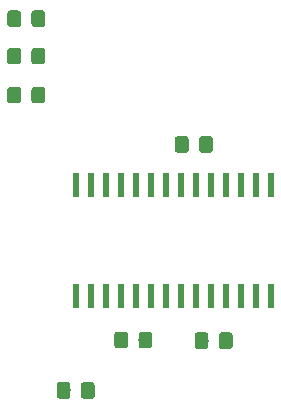
<source format=gbr>
G04 #@! TF.GenerationSoftware,KiCad,Pcbnew,(5.0.0)*
G04 #@! TF.CreationDate,2019-04-17T22:55:46-04:00*
G04 #@! TF.ProjectId,gps,6770732E6B696361645F706362000000,rev?*
G04 #@! TF.SameCoordinates,Original*
G04 #@! TF.FileFunction,Paste,Bot*
G04 #@! TF.FilePolarity,Positive*
%FSLAX46Y46*%
G04 Gerber Fmt 4.6, Leading zero omitted, Abs format (unit mm)*
G04 Created by KiCad (PCBNEW (5.0.0)) date 04/17/19 22:55:46*
%MOMM*%
%LPD*%
G01*
G04 APERTURE LIST*
%ADD10R,0.600000X2.000000*%
%ADD11C,0.100000*%
%ADD12C,1.150000*%
G04 APERTURE END LIST*
D10*
G04 #@! TO.C,U3*
X147320000Y-85089000D03*
X146050000Y-85089000D03*
X144780000Y-85089000D03*
X143510000Y-85089000D03*
X142240000Y-85089000D03*
X140970000Y-85089000D03*
X139700000Y-85089000D03*
X138430000Y-85089000D03*
X137160000Y-85089000D03*
X135890000Y-85089000D03*
X134620000Y-85089000D03*
X133350000Y-85089000D03*
X132080000Y-85089000D03*
X130810000Y-85089000D03*
X130810000Y-94489000D03*
X132080000Y-94489000D03*
X133350000Y-94489000D03*
X134620000Y-94489000D03*
X135890000Y-94489000D03*
X137160000Y-94489000D03*
X138430000Y-94489000D03*
X139700000Y-94489000D03*
X140970000Y-94489000D03*
X142240000Y-94489000D03*
X143510000Y-94489000D03*
X144780000Y-94489000D03*
X146050000Y-94489000D03*
X147320000Y-94489000D03*
G04 #@! TD*
D11*
G04 #@! TO.C,C2*
G36*
X125943505Y-70294204D02*
X125967773Y-70297804D01*
X125991572Y-70303765D01*
X126014671Y-70312030D01*
X126036850Y-70322520D01*
X126057893Y-70335132D01*
X126077599Y-70349747D01*
X126095777Y-70366223D01*
X126112253Y-70384401D01*
X126126868Y-70404107D01*
X126139480Y-70425150D01*
X126149970Y-70447329D01*
X126158235Y-70470428D01*
X126164196Y-70494227D01*
X126167796Y-70518495D01*
X126169000Y-70542999D01*
X126169000Y-71443001D01*
X126167796Y-71467505D01*
X126164196Y-71491773D01*
X126158235Y-71515572D01*
X126149970Y-71538671D01*
X126139480Y-71560850D01*
X126126868Y-71581893D01*
X126112253Y-71601599D01*
X126095777Y-71619777D01*
X126077599Y-71636253D01*
X126057893Y-71650868D01*
X126036850Y-71663480D01*
X126014671Y-71673970D01*
X125991572Y-71682235D01*
X125967773Y-71688196D01*
X125943505Y-71691796D01*
X125919001Y-71693000D01*
X125268999Y-71693000D01*
X125244495Y-71691796D01*
X125220227Y-71688196D01*
X125196428Y-71682235D01*
X125173329Y-71673970D01*
X125151150Y-71663480D01*
X125130107Y-71650868D01*
X125110401Y-71636253D01*
X125092223Y-71619777D01*
X125075747Y-71601599D01*
X125061132Y-71581893D01*
X125048520Y-71560850D01*
X125038030Y-71538671D01*
X125029765Y-71515572D01*
X125023804Y-71491773D01*
X125020204Y-71467505D01*
X125019000Y-71443001D01*
X125019000Y-70542999D01*
X125020204Y-70518495D01*
X125023804Y-70494227D01*
X125029765Y-70470428D01*
X125038030Y-70447329D01*
X125048520Y-70425150D01*
X125061132Y-70404107D01*
X125075747Y-70384401D01*
X125092223Y-70366223D01*
X125110401Y-70349747D01*
X125130107Y-70335132D01*
X125151150Y-70322520D01*
X125173329Y-70312030D01*
X125196428Y-70303765D01*
X125220227Y-70297804D01*
X125244495Y-70294204D01*
X125268999Y-70293000D01*
X125919001Y-70293000D01*
X125943505Y-70294204D01*
X125943505Y-70294204D01*
G37*
D12*
X125594000Y-70993000D03*
D11*
G36*
X127993505Y-70294204D02*
X128017773Y-70297804D01*
X128041572Y-70303765D01*
X128064671Y-70312030D01*
X128086850Y-70322520D01*
X128107893Y-70335132D01*
X128127599Y-70349747D01*
X128145777Y-70366223D01*
X128162253Y-70384401D01*
X128176868Y-70404107D01*
X128189480Y-70425150D01*
X128199970Y-70447329D01*
X128208235Y-70470428D01*
X128214196Y-70494227D01*
X128217796Y-70518495D01*
X128219000Y-70542999D01*
X128219000Y-71443001D01*
X128217796Y-71467505D01*
X128214196Y-71491773D01*
X128208235Y-71515572D01*
X128199970Y-71538671D01*
X128189480Y-71560850D01*
X128176868Y-71581893D01*
X128162253Y-71601599D01*
X128145777Y-71619777D01*
X128127599Y-71636253D01*
X128107893Y-71650868D01*
X128086850Y-71663480D01*
X128064671Y-71673970D01*
X128041572Y-71682235D01*
X128017773Y-71688196D01*
X127993505Y-71691796D01*
X127969001Y-71693000D01*
X127318999Y-71693000D01*
X127294495Y-71691796D01*
X127270227Y-71688196D01*
X127246428Y-71682235D01*
X127223329Y-71673970D01*
X127201150Y-71663480D01*
X127180107Y-71650868D01*
X127160401Y-71636253D01*
X127142223Y-71619777D01*
X127125747Y-71601599D01*
X127111132Y-71581893D01*
X127098520Y-71560850D01*
X127088030Y-71538671D01*
X127079765Y-71515572D01*
X127073804Y-71491773D01*
X127070204Y-71467505D01*
X127069000Y-71443001D01*
X127069000Y-70542999D01*
X127070204Y-70518495D01*
X127073804Y-70494227D01*
X127079765Y-70470428D01*
X127088030Y-70447329D01*
X127098520Y-70425150D01*
X127111132Y-70404107D01*
X127125747Y-70384401D01*
X127142223Y-70366223D01*
X127160401Y-70349747D01*
X127180107Y-70335132D01*
X127201150Y-70322520D01*
X127223329Y-70312030D01*
X127246428Y-70303765D01*
X127270227Y-70297804D01*
X127294495Y-70294204D01*
X127318999Y-70293000D01*
X127969001Y-70293000D01*
X127993505Y-70294204D01*
X127993505Y-70294204D01*
G37*
D12*
X127644000Y-70993000D03*
G04 #@! TD*
D11*
G04 #@! TO.C,C4*
G36*
X140142105Y-80936804D02*
X140166373Y-80940404D01*
X140190172Y-80946365D01*
X140213271Y-80954630D01*
X140235450Y-80965120D01*
X140256493Y-80977732D01*
X140276199Y-80992347D01*
X140294377Y-81008823D01*
X140310853Y-81027001D01*
X140325468Y-81046707D01*
X140338080Y-81067750D01*
X140348570Y-81089929D01*
X140356835Y-81113028D01*
X140362796Y-81136827D01*
X140366396Y-81161095D01*
X140367600Y-81185599D01*
X140367600Y-82085601D01*
X140366396Y-82110105D01*
X140362796Y-82134373D01*
X140356835Y-82158172D01*
X140348570Y-82181271D01*
X140338080Y-82203450D01*
X140325468Y-82224493D01*
X140310853Y-82244199D01*
X140294377Y-82262377D01*
X140276199Y-82278853D01*
X140256493Y-82293468D01*
X140235450Y-82306080D01*
X140213271Y-82316570D01*
X140190172Y-82324835D01*
X140166373Y-82330796D01*
X140142105Y-82334396D01*
X140117601Y-82335600D01*
X139467599Y-82335600D01*
X139443095Y-82334396D01*
X139418827Y-82330796D01*
X139395028Y-82324835D01*
X139371929Y-82316570D01*
X139349750Y-82306080D01*
X139328707Y-82293468D01*
X139309001Y-82278853D01*
X139290823Y-82262377D01*
X139274347Y-82244199D01*
X139259732Y-82224493D01*
X139247120Y-82203450D01*
X139236630Y-82181271D01*
X139228365Y-82158172D01*
X139222404Y-82134373D01*
X139218804Y-82110105D01*
X139217600Y-82085601D01*
X139217600Y-81185599D01*
X139218804Y-81161095D01*
X139222404Y-81136827D01*
X139228365Y-81113028D01*
X139236630Y-81089929D01*
X139247120Y-81067750D01*
X139259732Y-81046707D01*
X139274347Y-81027001D01*
X139290823Y-81008823D01*
X139309001Y-80992347D01*
X139328707Y-80977732D01*
X139349750Y-80965120D01*
X139371929Y-80954630D01*
X139395028Y-80946365D01*
X139418827Y-80940404D01*
X139443095Y-80936804D01*
X139467599Y-80935600D01*
X140117601Y-80935600D01*
X140142105Y-80936804D01*
X140142105Y-80936804D01*
G37*
D12*
X139792600Y-81635600D03*
D11*
G36*
X142192105Y-80936804D02*
X142216373Y-80940404D01*
X142240172Y-80946365D01*
X142263271Y-80954630D01*
X142285450Y-80965120D01*
X142306493Y-80977732D01*
X142326199Y-80992347D01*
X142344377Y-81008823D01*
X142360853Y-81027001D01*
X142375468Y-81046707D01*
X142388080Y-81067750D01*
X142398570Y-81089929D01*
X142406835Y-81113028D01*
X142412796Y-81136827D01*
X142416396Y-81161095D01*
X142417600Y-81185599D01*
X142417600Y-82085601D01*
X142416396Y-82110105D01*
X142412796Y-82134373D01*
X142406835Y-82158172D01*
X142398570Y-82181271D01*
X142388080Y-82203450D01*
X142375468Y-82224493D01*
X142360853Y-82244199D01*
X142344377Y-82262377D01*
X142326199Y-82278853D01*
X142306493Y-82293468D01*
X142285450Y-82306080D01*
X142263271Y-82316570D01*
X142240172Y-82324835D01*
X142216373Y-82330796D01*
X142192105Y-82334396D01*
X142167601Y-82335600D01*
X141517599Y-82335600D01*
X141493095Y-82334396D01*
X141468827Y-82330796D01*
X141445028Y-82324835D01*
X141421929Y-82316570D01*
X141399750Y-82306080D01*
X141378707Y-82293468D01*
X141359001Y-82278853D01*
X141340823Y-82262377D01*
X141324347Y-82244199D01*
X141309732Y-82224493D01*
X141297120Y-82203450D01*
X141286630Y-82181271D01*
X141278365Y-82158172D01*
X141272404Y-82134373D01*
X141268804Y-82110105D01*
X141267600Y-82085601D01*
X141267600Y-81185599D01*
X141268804Y-81161095D01*
X141272404Y-81136827D01*
X141278365Y-81113028D01*
X141286630Y-81089929D01*
X141297120Y-81067750D01*
X141309732Y-81046707D01*
X141324347Y-81027001D01*
X141340823Y-81008823D01*
X141359001Y-80992347D01*
X141378707Y-80977732D01*
X141399750Y-80965120D01*
X141421929Y-80954630D01*
X141445028Y-80946365D01*
X141468827Y-80940404D01*
X141493095Y-80936804D01*
X141517599Y-80935600D01*
X142167601Y-80935600D01*
X142192105Y-80936804D01*
X142192105Y-80936804D01*
G37*
D12*
X141842600Y-81635600D03*
G04 #@! TD*
D11*
G04 #@! TO.C,C5*
G36*
X130134505Y-101764804D02*
X130158773Y-101768404D01*
X130182572Y-101774365D01*
X130205671Y-101782630D01*
X130227850Y-101793120D01*
X130248893Y-101805732D01*
X130268599Y-101820347D01*
X130286777Y-101836823D01*
X130303253Y-101855001D01*
X130317868Y-101874707D01*
X130330480Y-101895750D01*
X130340970Y-101917929D01*
X130349235Y-101941028D01*
X130355196Y-101964827D01*
X130358796Y-101989095D01*
X130360000Y-102013599D01*
X130360000Y-102913601D01*
X130358796Y-102938105D01*
X130355196Y-102962373D01*
X130349235Y-102986172D01*
X130340970Y-103009271D01*
X130330480Y-103031450D01*
X130317868Y-103052493D01*
X130303253Y-103072199D01*
X130286777Y-103090377D01*
X130268599Y-103106853D01*
X130248893Y-103121468D01*
X130227850Y-103134080D01*
X130205671Y-103144570D01*
X130182572Y-103152835D01*
X130158773Y-103158796D01*
X130134505Y-103162396D01*
X130110001Y-103163600D01*
X129459999Y-103163600D01*
X129435495Y-103162396D01*
X129411227Y-103158796D01*
X129387428Y-103152835D01*
X129364329Y-103144570D01*
X129342150Y-103134080D01*
X129321107Y-103121468D01*
X129301401Y-103106853D01*
X129283223Y-103090377D01*
X129266747Y-103072199D01*
X129252132Y-103052493D01*
X129239520Y-103031450D01*
X129229030Y-103009271D01*
X129220765Y-102986172D01*
X129214804Y-102962373D01*
X129211204Y-102938105D01*
X129210000Y-102913601D01*
X129210000Y-102013599D01*
X129211204Y-101989095D01*
X129214804Y-101964827D01*
X129220765Y-101941028D01*
X129229030Y-101917929D01*
X129239520Y-101895750D01*
X129252132Y-101874707D01*
X129266747Y-101855001D01*
X129283223Y-101836823D01*
X129301401Y-101820347D01*
X129321107Y-101805732D01*
X129342150Y-101793120D01*
X129364329Y-101782630D01*
X129387428Y-101774365D01*
X129411227Y-101768404D01*
X129435495Y-101764804D01*
X129459999Y-101763600D01*
X130110001Y-101763600D01*
X130134505Y-101764804D01*
X130134505Y-101764804D01*
G37*
D12*
X129785000Y-102463600D03*
D11*
G36*
X132184505Y-101764804D02*
X132208773Y-101768404D01*
X132232572Y-101774365D01*
X132255671Y-101782630D01*
X132277850Y-101793120D01*
X132298893Y-101805732D01*
X132318599Y-101820347D01*
X132336777Y-101836823D01*
X132353253Y-101855001D01*
X132367868Y-101874707D01*
X132380480Y-101895750D01*
X132390970Y-101917929D01*
X132399235Y-101941028D01*
X132405196Y-101964827D01*
X132408796Y-101989095D01*
X132410000Y-102013599D01*
X132410000Y-102913601D01*
X132408796Y-102938105D01*
X132405196Y-102962373D01*
X132399235Y-102986172D01*
X132390970Y-103009271D01*
X132380480Y-103031450D01*
X132367868Y-103052493D01*
X132353253Y-103072199D01*
X132336777Y-103090377D01*
X132318599Y-103106853D01*
X132298893Y-103121468D01*
X132277850Y-103134080D01*
X132255671Y-103144570D01*
X132232572Y-103152835D01*
X132208773Y-103158796D01*
X132184505Y-103162396D01*
X132160001Y-103163600D01*
X131509999Y-103163600D01*
X131485495Y-103162396D01*
X131461227Y-103158796D01*
X131437428Y-103152835D01*
X131414329Y-103144570D01*
X131392150Y-103134080D01*
X131371107Y-103121468D01*
X131351401Y-103106853D01*
X131333223Y-103090377D01*
X131316747Y-103072199D01*
X131302132Y-103052493D01*
X131289520Y-103031450D01*
X131279030Y-103009271D01*
X131270765Y-102986172D01*
X131264804Y-102962373D01*
X131261204Y-102938105D01*
X131260000Y-102913601D01*
X131260000Y-102013599D01*
X131261204Y-101989095D01*
X131264804Y-101964827D01*
X131270765Y-101941028D01*
X131279030Y-101917929D01*
X131289520Y-101895750D01*
X131302132Y-101874707D01*
X131316747Y-101855001D01*
X131333223Y-101836823D01*
X131351401Y-101820347D01*
X131371107Y-101805732D01*
X131392150Y-101793120D01*
X131414329Y-101782630D01*
X131437428Y-101774365D01*
X131461227Y-101768404D01*
X131485495Y-101764804D01*
X131509999Y-101763600D01*
X132160001Y-101763600D01*
X132184505Y-101764804D01*
X132184505Y-101764804D01*
G37*
D12*
X131835000Y-102463600D03*
G04 #@! TD*
D11*
G04 #@! TO.C,C6*
G36*
X141818505Y-97548404D02*
X141842773Y-97552004D01*
X141866572Y-97557965D01*
X141889671Y-97566230D01*
X141911850Y-97576720D01*
X141932893Y-97589332D01*
X141952599Y-97603947D01*
X141970777Y-97620423D01*
X141987253Y-97638601D01*
X142001868Y-97658307D01*
X142014480Y-97679350D01*
X142024970Y-97701529D01*
X142033235Y-97724628D01*
X142039196Y-97748427D01*
X142042796Y-97772695D01*
X142044000Y-97797199D01*
X142044000Y-98697201D01*
X142042796Y-98721705D01*
X142039196Y-98745973D01*
X142033235Y-98769772D01*
X142024970Y-98792871D01*
X142014480Y-98815050D01*
X142001868Y-98836093D01*
X141987253Y-98855799D01*
X141970777Y-98873977D01*
X141952599Y-98890453D01*
X141932893Y-98905068D01*
X141911850Y-98917680D01*
X141889671Y-98928170D01*
X141866572Y-98936435D01*
X141842773Y-98942396D01*
X141818505Y-98945996D01*
X141794001Y-98947200D01*
X141143999Y-98947200D01*
X141119495Y-98945996D01*
X141095227Y-98942396D01*
X141071428Y-98936435D01*
X141048329Y-98928170D01*
X141026150Y-98917680D01*
X141005107Y-98905068D01*
X140985401Y-98890453D01*
X140967223Y-98873977D01*
X140950747Y-98855799D01*
X140936132Y-98836093D01*
X140923520Y-98815050D01*
X140913030Y-98792871D01*
X140904765Y-98769772D01*
X140898804Y-98745973D01*
X140895204Y-98721705D01*
X140894000Y-98697201D01*
X140894000Y-97797199D01*
X140895204Y-97772695D01*
X140898804Y-97748427D01*
X140904765Y-97724628D01*
X140913030Y-97701529D01*
X140923520Y-97679350D01*
X140936132Y-97658307D01*
X140950747Y-97638601D01*
X140967223Y-97620423D01*
X140985401Y-97603947D01*
X141005107Y-97589332D01*
X141026150Y-97576720D01*
X141048329Y-97566230D01*
X141071428Y-97557965D01*
X141095227Y-97552004D01*
X141119495Y-97548404D01*
X141143999Y-97547200D01*
X141794001Y-97547200D01*
X141818505Y-97548404D01*
X141818505Y-97548404D01*
G37*
D12*
X141469000Y-98247200D03*
D11*
G36*
X143868505Y-97548404D02*
X143892773Y-97552004D01*
X143916572Y-97557965D01*
X143939671Y-97566230D01*
X143961850Y-97576720D01*
X143982893Y-97589332D01*
X144002599Y-97603947D01*
X144020777Y-97620423D01*
X144037253Y-97638601D01*
X144051868Y-97658307D01*
X144064480Y-97679350D01*
X144074970Y-97701529D01*
X144083235Y-97724628D01*
X144089196Y-97748427D01*
X144092796Y-97772695D01*
X144094000Y-97797199D01*
X144094000Y-98697201D01*
X144092796Y-98721705D01*
X144089196Y-98745973D01*
X144083235Y-98769772D01*
X144074970Y-98792871D01*
X144064480Y-98815050D01*
X144051868Y-98836093D01*
X144037253Y-98855799D01*
X144020777Y-98873977D01*
X144002599Y-98890453D01*
X143982893Y-98905068D01*
X143961850Y-98917680D01*
X143939671Y-98928170D01*
X143916572Y-98936435D01*
X143892773Y-98942396D01*
X143868505Y-98945996D01*
X143844001Y-98947200D01*
X143193999Y-98947200D01*
X143169495Y-98945996D01*
X143145227Y-98942396D01*
X143121428Y-98936435D01*
X143098329Y-98928170D01*
X143076150Y-98917680D01*
X143055107Y-98905068D01*
X143035401Y-98890453D01*
X143017223Y-98873977D01*
X143000747Y-98855799D01*
X142986132Y-98836093D01*
X142973520Y-98815050D01*
X142963030Y-98792871D01*
X142954765Y-98769772D01*
X142948804Y-98745973D01*
X142945204Y-98721705D01*
X142944000Y-98697201D01*
X142944000Y-97797199D01*
X142945204Y-97772695D01*
X142948804Y-97748427D01*
X142954765Y-97724628D01*
X142963030Y-97701529D01*
X142973520Y-97679350D01*
X142986132Y-97658307D01*
X143000747Y-97638601D01*
X143017223Y-97620423D01*
X143035401Y-97603947D01*
X143055107Y-97589332D01*
X143076150Y-97576720D01*
X143098329Y-97566230D01*
X143121428Y-97557965D01*
X143145227Y-97552004D01*
X143169495Y-97548404D01*
X143193999Y-97547200D01*
X143844001Y-97547200D01*
X143868505Y-97548404D01*
X143868505Y-97548404D01*
G37*
D12*
X143519000Y-98247200D03*
G04 #@! TD*
D11*
G04 #@! TO.C,C7*
G36*
X135011305Y-97497604D02*
X135035573Y-97501204D01*
X135059372Y-97507165D01*
X135082471Y-97515430D01*
X135104650Y-97525920D01*
X135125693Y-97538532D01*
X135145399Y-97553147D01*
X135163577Y-97569623D01*
X135180053Y-97587801D01*
X135194668Y-97607507D01*
X135207280Y-97628550D01*
X135217770Y-97650729D01*
X135226035Y-97673828D01*
X135231996Y-97697627D01*
X135235596Y-97721895D01*
X135236800Y-97746399D01*
X135236800Y-98646401D01*
X135235596Y-98670905D01*
X135231996Y-98695173D01*
X135226035Y-98718972D01*
X135217770Y-98742071D01*
X135207280Y-98764250D01*
X135194668Y-98785293D01*
X135180053Y-98804999D01*
X135163577Y-98823177D01*
X135145399Y-98839653D01*
X135125693Y-98854268D01*
X135104650Y-98866880D01*
X135082471Y-98877370D01*
X135059372Y-98885635D01*
X135035573Y-98891596D01*
X135011305Y-98895196D01*
X134986801Y-98896400D01*
X134336799Y-98896400D01*
X134312295Y-98895196D01*
X134288027Y-98891596D01*
X134264228Y-98885635D01*
X134241129Y-98877370D01*
X134218950Y-98866880D01*
X134197907Y-98854268D01*
X134178201Y-98839653D01*
X134160023Y-98823177D01*
X134143547Y-98804999D01*
X134128932Y-98785293D01*
X134116320Y-98764250D01*
X134105830Y-98742071D01*
X134097565Y-98718972D01*
X134091604Y-98695173D01*
X134088004Y-98670905D01*
X134086800Y-98646401D01*
X134086800Y-97746399D01*
X134088004Y-97721895D01*
X134091604Y-97697627D01*
X134097565Y-97673828D01*
X134105830Y-97650729D01*
X134116320Y-97628550D01*
X134128932Y-97607507D01*
X134143547Y-97587801D01*
X134160023Y-97569623D01*
X134178201Y-97553147D01*
X134197907Y-97538532D01*
X134218950Y-97525920D01*
X134241129Y-97515430D01*
X134264228Y-97507165D01*
X134288027Y-97501204D01*
X134312295Y-97497604D01*
X134336799Y-97496400D01*
X134986801Y-97496400D01*
X135011305Y-97497604D01*
X135011305Y-97497604D01*
G37*
D12*
X134661800Y-98196400D03*
D11*
G36*
X137061305Y-97497604D02*
X137085573Y-97501204D01*
X137109372Y-97507165D01*
X137132471Y-97515430D01*
X137154650Y-97525920D01*
X137175693Y-97538532D01*
X137195399Y-97553147D01*
X137213577Y-97569623D01*
X137230053Y-97587801D01*
X137244668Y-97607507D01*
X137257280Y-97628550D01*
X137267770Y-97650729D01*
X137276035Y-97673828D01*
X137281996Y-97697627D01*
X137285596Y-97721895D01*
X137286800Y-97746399D01*
X137286800Y-98646401D01*
X137285596Y-98670905D01*
X137281996Y-98695173D01*
X137276035Y-98718972D01*
X137267770Y-98742071D01*
X137257280Y-98764250D01*
X137244668Y-98785293D01*
X137230053Y-98804999D01*
X137213577Y-98823177D01*
X137195399Y-98839653D01*
X137175693Y-98854268D01*
X137154650Y-98866880D01*
X137132471Y-98877370D01*
X137109372Y-98885635D01*
X137085573Y-98891596D01*
X137061305Y-98895196D01*
X137036801Y-98896400D01*
X136386799Y-98896400D01*
X136362295Y-98895196D01*
X136338027Y-98891596D01*
X136314228Y-98885635D01*
X136291129Y-98877370D01*
X136268950Y-98866880D01*
X136247907Y-98854268D01*
X136228201Y-98839653D01*
X136210023Y-98823177D01*
X136193547Y-98804999D01*
X136178932Y-98785293D01*
X136166320Y-98764250D01*
X136155830Y-98742071D01*
X136147565Y-98718972D01*
X136141604Y-98695173D01*
X136138004Y-98670905D01*
X136136800Y-98646401D01*
X136136800Y-97746399D01*
X136138004Y-97721895D01*
X136141604Y-97697627D01*
X136147565Y-97673828D01*
X136155830Y-97650729D01*
X136166320Y-97628550D01*
X136178932Y-97607507D01*
X136193547Y-97587801D01*
X136210023Y-97569623D01*
X136228201Y-97553147D01*
X136247907Y-97538532D01*
X136268950Y-97525920D01*
X136291129Y-97515430D01*
X136314228Y-97507165D01*
X136338027Y-97501204D01*
X136362295Y-97497604D01*
X136386799Y-97496400D01*
X137036801Y-97496400D01*
X137061305Y-97497604D01*
X137061305Y-97497604D01*
G37*
D12*
X136711800Y-98196400D03*
G04 #@! TD*
D11*
G04 #@! TO.C,C8*
G36*
X125943505Y-73469204D02*
X125967773Y-73472804D01*
X125991572Y-73478765D01*
X126014671Y-73487030D01*
X126036850Y-73497520D01*
X126057893Y-73510132D01*
X126077599Y-73524747D01*
X126095777Y-73541223D01*
X126112253Y-73559401D01*
X126126868Y-73579107D01*
X126139480Y-73600150D01*
X126149970Y-73622329D01*
X126158235Y-73645428D01*
X126164196Y-73669227D01*
X126167796Y-73693495D01*
X126169000Y-73717999D01*
X126169000Y-74618001D01*
X126167796Y-74642505D01*
X126164196Y-74666773D01*
X126158235Y-74690572D01*
X126149970Y-74713671D01*
X126139480Y-74735850D01*
X126126868Y-74756893D01*
X126112253Y-74776599D01*
X126095777Y-74794777D01*
X126077599Y-74811253D01*
X126057893Y-74825868D01*
X126036850Y-74838480D01*
X126014671Y-74848970D01*
X125991572Y-74857235D01*
X125967773Y-74863196D01*
X125943505Y-74866796D01*
X125919001Y-74868000D01*
X125268999Y-74868000D01*
X125244495Y-74866796D01*
X125220227Y-74863196D01*
X125196428Y-74857235D01*
X125173329Y-74848970D01*
X125151150Y-74838480D01*
X125130107Y-74825868D01*
X125110401Y-74811253D01*
X125092223Y-74794777D01*
X125075747Y-74776599D01*
X125061132Y-74756893D01*
X125048520Y-74735850D01*
X125038030Y-74713671D01*
X125029765Y-74690572D01*
X125023804Y-74666773D01*
X125020204Y-74642505D01*
X125019000Y-74618001D01*
X125019000Y-73717999D01*
X125020204Y-73693495D01*
X125023804Y-73669227D01*
X125029765Y-73645428D01*
X125038030Y-73622329D01*
X125048520Y-73600150D01*
X125061132Y-73579107D01*
X125075747Y-73559401D01*
X125092223Y-73541223D01*
X125110401Y-73524747D01*
X125130107Y-73510132D01*
X125151150Y-73497520D01*
X125173329Y-73487030D01*
X125196428Y-73478765D01*
X125220227Y-73472804D01*
X125244495Y-73469204D01*
X125268999Y-73468000D01*
X125919001Y-73468000D01*
X125943505Y-73469204D01*
X125943505Y-73469204D01*
G37*
D12*
X125594000Y-74168000D03*
D11*
G36*
X127993505Y-73469204D02*
X128017773Y-73472804D01*
X128041572Y-73478765D01*
X128064671Y-73487030D01*
X128086850Y-73497520D01*
X128107893Y-73510132D01*
X128127599Y-73524747D01*
X128145777Y-73541223D01*
X128162253Y-73559401D01*
X128176868Y-73579107D01*
X128189480Y-73600150D01*
X128199970Y-73622329D01*
X128208235Y-73645428D01*
X128214196Y-73669227D01*
X128217796Y-73693495D01*
X128219000Y-73717999D01*
X128219000Y-74618001D01*
X128217796Y-74642505D01*
X128214196Y-74666773D01*
X128208235Y-74690572D01*
X128199970Y-74713671D01*
X128189480Y-74735850D01*
X128176868Y-74756893D01*
X128162253Y-74776599D01*
X128145777Y-74794777D01*
X128127599Y-74811253D01*
X128107893Y-74825868D01*
X128086850Y-74838480D01*
X128064671Y-74848970D01*
X128041572Y-74857235D01*
X128017773Y-74863196D01*
X127993505Y-74866796D01*
X127969001Y-74868000D01*
X127318999Y-74868000D01*
X127294495Y-74866796D01*
X127270227Y-74863196D01*
X127246428Y-74857235D01*
X127223329Y-74848970D01*
X127201150Y-74838480D01*
X127180107Y-74825868D01*
X127160401Y-74811253D01*
X127142223Y-74794777D01*
X127125747Y-74776599D01*
X127111132Y-74756893D01*
X127098520Y-74735850D01*
X127088030Y-74713671D01*
X127079765Y-74690572D01*
X127073804Y-74666773D01*
X127070204Y-74642505D01*
X127069000Y-74618001D01*
X127069000Y-73717999D01*
X127070204Y-73693495D01*
X127073804Y-73669227D01*
X127079765Y-73645428D01*
X127088030Y-73622329D01*
X127098520Y-73600150D01*
X127111132Y-73579107D01*
X127125747Y-73559401D01*
X127142223Y-73541223D01*
X127160401Y-73524747D01*
X127180107Y-73510132D01*
X127201150Y-73497520D01*
X127223329Y-73487030D01*
X127246428Y-73478765D01*
X127270227Y-73472804D01*
X127294495Y-73469204D01*
X127318999Y-73468000D01*
X127969001Y-73468000D01*
X127993505Y-73469204D01*
X127993505Y-73469204D01*
G37*
D12*
X127644000Y-74168000D03*
G04 #@! TD*
D11*
G04 #@! TO.C,R12*
G36*
X127993505Y-76771204D02*
X128017773Y-76774804D01*
X128041572Y-76780765D01*
X128064671Y-76789030D01*
X128086850Y-76799520D01*
X128107893Y-76812132D01*
X128127599Y-76826747D01*
X128145777Y-76843223D01*
X128162253Y-76861401D01*
X128176868Y-76881107D01*
X128189480Y-76902150D01*
X128199970Y-76924329D01*
X128208235Y-76947428D01*
X128214196Y-76971227D01*
X128217796Y-76995495D01*
X128219000Y-77019999D01*
X128219000Y-77920001D01*
X128217796Y-77944505D01*
X128214196Y-77968773D01*
X128208235Y-77992572D01*
X128199970Y-78015671D01*
X128189480Y-78037850D01*
X128176868Y-78058893D01*
X128162253Y-78078599D01*
X128145777Y-78096777D01*
X128127599Y-78113253D01*
X128107893Y-78127868D01*
X128086850Y-78140480D01*
X128064671Y-78150970D01*
X128041572Y-78159235D01*
X128017773Y-78165196D01*
X127993505Y-78168796D01*
X127969001Y-78170000D01*
X127318999Y-78170000D01*
X127294495Y-78168796D01*
X127270227Y-78165196D01*
X127246428Y-78159235D01*
X127223329Y-78150970D01*
X127201150Y-78140480D01*
X127180107Y-78127868D01*
X127160401Y-78113253D01*
X127142223Y-78096777D01*
X127125747Y-78078599D01*
X127111132Y-78058893D01*
X127098520Y-78037850D01*
X127088030Y-78015671D01*
X127079765Y-77992572D01*
X127073804Y-77968773D01*
X127070204Y-77944505D01*
X127069000Y-77920001D01*
X127069000Y-77019999D01*
X127070204Y-76995495D01*
X127073804Y-76971227D01*
X127079765Y-76947428D01*
X127088030Y-76924329D01*
X127098520Y-76902150D01*
X127111132Y-76881107D01*
X127125747Y-76861401D01*
X127142223Y-76843223D01*
X127160401Y-76826747D01*
X127180107Y-76812132D01*
X127201150Y-76799520D01*
X127223329Y-76789030D01*
X127246428Y-76780765D01*
X127270227Y-76774804D01*
X127294495Y-76771204D01*
X127318999Y-76770000D01*
X127969001Y-76770000D01*
X127993505Y-76771204D01*
X127993505Y-76771204D01*
G37*
D12*
X127644000Y-77470000D03*
D11*
G36*
X125943505Y-76771204D02*
X125967773Y-76774804D01*
X125991572Y-76780765D01*
X126014671Y-76789030D01*
X126036850Y-76799520D01*
X126057893Y-76812132D01*
X126077599Y-76826747D01*
X126095777Y-76843223D01*
X126112253Y-76861401D01*
X126126868Y-76881107D01*
X126139480Y-76902150D01*
X126149970Y-76924329D01*
X126158235Y-76947428D01*
X126164196Y-76971227D01*
X126167796Y-76995495D01*
X126169000Y-77019999D01*
X126169000Y-77920001D01*
X126167796Y-77944505D01*
X126164196Y-77968773D01*
X126158235Y-77992572D01*
X126149970Y-78015671D01*
X126139480Y-78037850D01*
X126126868Y-78058893D01*
X126112253Y-78078599D01*
X126095777Y-78096777D01*
X126077599Y-78113253D01*
X126057893Y-78127868D01*
X126036850Y-78140480D01*
X126014671Y-78150970D01*
X125991572Y-78159235D01*
X125967773Y-78165196D01*
X125943505Y-78168796D01*
X125919001Y-78170000D01*
X125268999Y-78170000D01*
X125244495Y-78168796D01*
X125220227Y-78165196D01*
X125196428Y-78159235D01*
X125173329Y-78150970D01*
X125151150Y-78140480D01*
X125130107Y-78127868D01*
X125110401Y-78113253D01*
X125092223Y-78096777D01*
X125075747Y-78078599D01*
X125061132Y-78058893D01*
X125048520Y-78037850D01*
X125038030Y-78015671D01*
X125029765Y-77992572D01*
X125023804Y-77968773D01*
X125020204Y-77944505D01*
X125019000Y-77920001D01*
X125019000Y-77019999D01*
X125020204Y-76995495D01*
X125023804Y-76971227D01*
X125029765Y-76947428D01*
X125038030Y-76924329D01*
X125048520Y-76902150D01*
X125061132Y-76881107D01*
X125075747Y-76861401D01*
X125092223Y-76843223D01*
X125110401Y-76826747D01*
X125130107Y-76812132D01*
X125151150Y-76799520D01*
X125173329Y-76789030D01*
X125196428Y-76780765D01*
X125220227Y-76774804D01*
X125244495Y-76771204D01*
X125268999Y-76770000D01*
X125919001Y-76770000D01*
X125943505Y-76771204D01*
X125943505Y-76771204D01*
G37*
D12*
X125594000Y-77470000D03*
G04 #@! TD*
M02*

</source>
